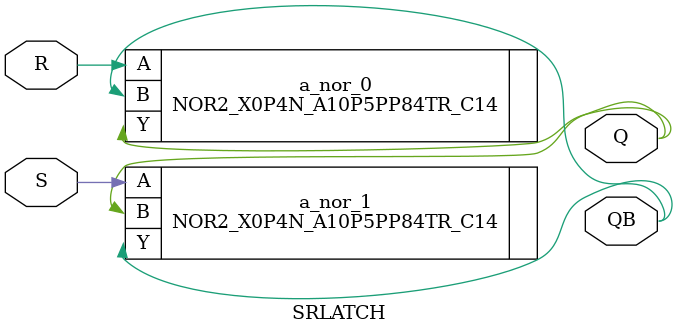
<source format=v>
module NEXT_EDGE_GEN (RESET, VLOWDLY, FINISH, DONEF, DONER, OUTR, OUTF, CONVFINISH, CLK, SENSE);
input  RESET, VLOWDLY, FINISH, DONEF, DONER;
output OUTR, OUTF, CONVFINISH, CLK, SENSE;
wire n1, n2, n3, n4, n5, n6, n7, d, db, DONE, YB, reset_in, vlowdly_in, finish_in, donef_in, doner_in, outf_out, outr_out, convfinish_out, clk_out, sens_out;
wire n8, n9, n10, n11, n12, n13;



//input
BUF_X0P4N_A10P5PP84TR_C14 buf_neg_0 (.A(RESET), .Y(reset_in));
BUF_X0P4N_A10P5PP84TR_C14 buf_neg_1 (.A(VLOWDLY), .Y(vlowdly_in));
BUF_X0P4N_A10P5PP84TR_C14 buf_neg_2 (.A(FINISH), .Y(finish_in));
BUF_X0P4N_A10P5PP84TR_C14 buf_neg_3 (.A(DONEF), .Y(donef_in));
BUF_X0P4N_A10P5PP84TR_C14 buf_neg_4 (.A(DONER), .Y(doner_in));

//output
BUF_X0P4N_A10P5PP84TR_C14 buf_neg_5 (.A(outf_out), .Y(OUTF));
BUF_X0P4N_A10P5PP84TR_C14 buf_neg_6 (.A(outr_out), .Y(OUTR));
BUF_X0P4N_A10P5PP84TR_C14 buf_neg_7 (.A(convfinish_out), .Y(CONVFINISH));
BUF_X0P4N_A10P5PP84TR_C14 buf_neg_8 (.A(clk_out), .Y(CLK));
BUF_X0P4N_A10P5PP84TR_C14 buf_neg_9 (.A(sens_out), .Y(SENSE));


BUF_X0P4N_A10P5PP84TR_C14 buf_neg_10 (.A(n1), .Y(n2));
BUF_X0P4N_A10P5PP84TR_C14 buf_neg_11 (.A(n4), .Y(n5));
NAND2_X0P4N_A10P5PP84TR_C14 nand_neg_0 (.A(donef_in), .B(n3), .Y(n1));
NAND2_X0P4N_A10P5PP84TR_C14 nand_neg_1 (.A(vlowdly_in), .B(doner_in), .Y(n4));
NAND2_X0P4N_A10P5PP84TR_C14 nand_neg_2 (.A(n7), .B(n11), .Y(n12));
NAND2_X0P4N_A10P5PP84TR_C14 nand_neg_3 (.A(outf_out), .B(sens_out), .Y(n13));
INVP_X0P4N_A10P5PP84TR_C14 inv_neg_0 (.A(vlowdly_in), .Y(n3));
INVP_X0P4N_A10P5PP84TR_C14 inv_neg_1 (.A(outf_out), .Y(outr_out));
INVP_X0P4N_A10P5PP84TR_C14 inv_neg_2 (.A(reset_in), .Y(n7));
INVP_X0P4N_A10P5PP84TR_C14 inv_neg_3 (.A(n7), .Y(n8));
INVP_X0P4N_A10P5PP84TR_C14 inv_neg_4 (.A(finish_in), .Y(n9));
INVP_X0P4N_A10P5PP84TR_C14 inv_neg_5 (.A(convfinish_out), .Y(n11));
INVP_X0P4N_A10P5PP84TR_C14 inv_neg_6 (.A(n12), .Y(sens_out));
INVP_X0P4N_A10P5PP84TR_C14 inv_neg_7 (.A(n13), .Y(clk_out));
SRLATCH sr_neg_0 (.R(n5), .S(n2), .Q(outf_out), .QB(n6));
SRLATCH sr_neg_1 (.R(n8), .S(n9), .Q(convfinish_out), .QB(n10));
endmodule



module SRLATCH(R, S, Q, QB);
	input R, S;
	output Q, QB;

NOR2_X0P4N_A10P5PP84TR_C14 a_nor_0 (.A(R), .B(QB), .Y(Q));
NOR2_X0P4N_A10P5PP84TR_C14 a_nor_1 (.A(S), .B(Q), .Y(QB));

endmodule

</source>
